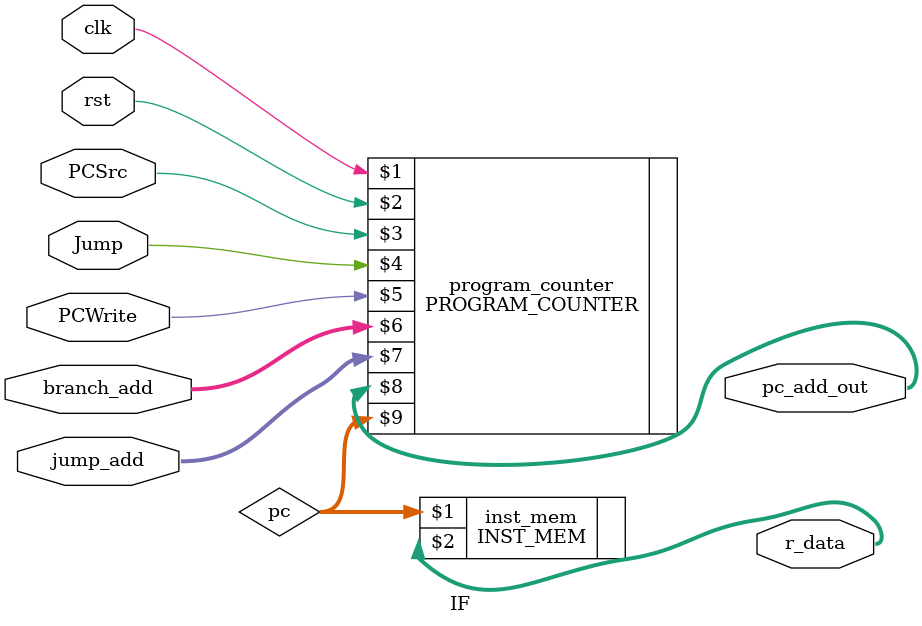
<source format=v>
`timescale 1ns / 1ps


(* keep_hierarchy = "yes" *) module IF(clk, rst, PCSrc, Jump, PCWrite, branch_add, jump_add, pc_add_out, r_data);
    input clk, rst, PCSrc, Jump, PCWrite;
    input [31:0] branch_add, jump_add;
    output [31:0] pc_add_out, r_data;
    wire [31:0] pc;
    
    PROGRAM_COUNTER program_counter(clk, rst, PCSrc, Jump, PCWrite, branch_add, jump_add, pc_add_out, pc);
    INST_MEM inst_mem(pc, r_data);

endmodule

</source>
